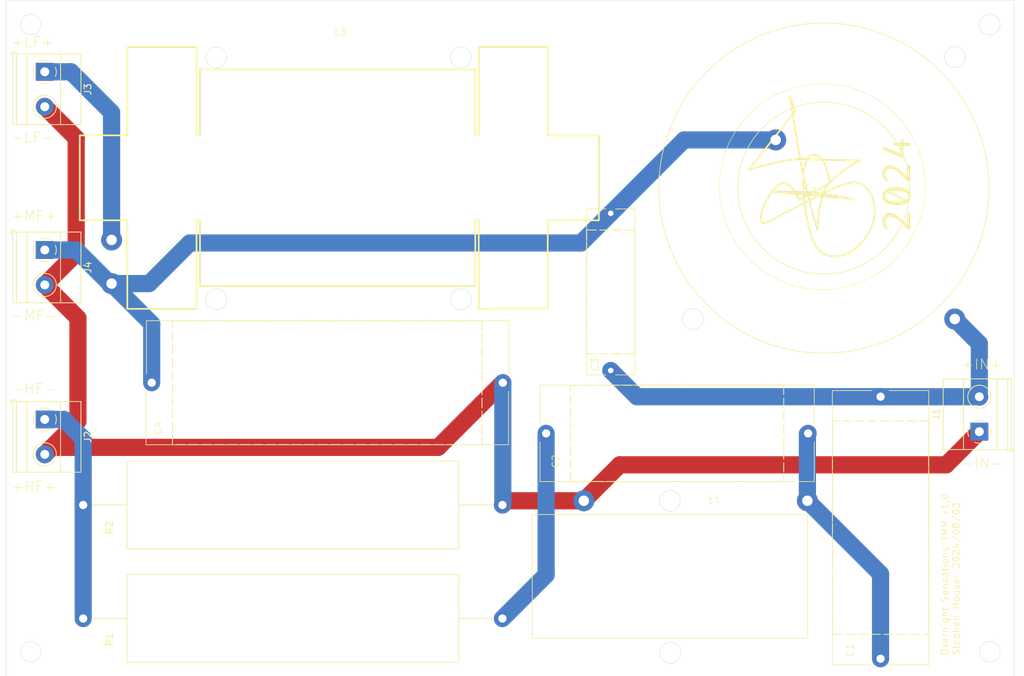
<source format=kicad_pcb>
(kicad_pcb (version 20240108) (generator "pcbnew") (generator_version "8.0")
  (layers (0 "F.Cu" signal) (31 "B.Cu" signal) (34 "B.Paste" user) (35 "F.Paste" user) (36 "B.SilkS" user "B.Silkscreen") (37 "F.SilkS" user "F.Silkscreen") (38 "B.Mask" user) (39 "F.Mask" user) (44 "Edge.Cuts" user))
  (net 0 "")
  (net 1 "Net-(C1-Pad1)")
  (net 2 "Net-(C2-Pad1)")
  (net 3 "IN+")
  (net 4 "MID+")
  (net 5 "HF+")
  (net 6 "HF-")
  (net 7 "LOW+")
  (footprint "TerminalBlock_Phoenix:TerminalBlock_Phoenix_MKDS-1,5-2-5.08_1x02_P5.08mm_Horizontal" (layer "F.Cu") (at 73.152 38.608 -90)
    (property "Reference" "J3" (at 2.54 -6.26 -90) (layer "F.SilkS"))
    (property "Value" "Low")
    (fp_line (start -2.84 4.9) (end -2.34 4.9) (stroke (width 0.12)) (layer "F.SilkS"))
    (fp_line (start -2.6 4.66) (end 7.68 4.66) (stroke (width 0.12)) (layer "F.SilkS"))
    (fp_line (start -2.84 4.16) (end -2.84 4.9) (stroke (width 0.12)) (layer "F.SilkS"))
    (fp_line (start -2.6 4.1) (end 7.68 4.1) (stroke (width 0.12)) (layer "F.SilkS"))
    (fp_line (start -2.6 2.6) (end 7.68 2.6) (stroke (width 0.12)) (layer "F.SilkS"))
    (fp_line (start 4.046 1.239) (end 4.011 1.274) (stroke (width 0.12)) (layer "F.SilkS"))
    (fp_line (start 3.853 1.023) (end 3.806 1.069) (stroke (width 0.12)) (layer "F.SilkS"))
    (fp_line (start 6.355 -1.069) (end 6.308 -1.023) (stroke (width 0.12)) (layer "F.SilkS"))
    (fp_line (start 6.15 -1.275) (end 6.115 -1.239) (stroke (width 0.12)) (layer "F.SilkS"))
    (fp_line (start -2.6 -2.301) (end 7.68 -2.301) (stroke (width 0.12)) (layer "F.SilkS"))
    (fp_line (start -2.6 -5.261) (end -2.6 4.66) (stroke (width 0.12)) (layer "F.SilkS"))
    (fp_line (start -2.6 -5.261) (end 7.68 -5.261) (stroke (width 0.12)) (layer "F.SilkS"))
    (fp_line (start 7.68 -5.261) (end 7.68 4.66) (stroke (width 0.12)) (layer "F.SilkS"))
    (fp_arc (start 0.028805 1.680253) (mid -0.335551 1.646659) (end -0.684 1.535) (stroke (width 0.12)) (layer "F.SilkS"))
    (fp_arc (start 0.683318 1.534756) (mid 0.349292 1.643288) (end 0 1.68) (stroke (width 0.12)) (layer "F.SilkS"))
    (fp_arc (start -1.535427 0.683042) (mid -1.680501 -0.000524) (end -1.535 -0.684) (stroke (width 0.12)) (layer "F.SilkS"))
    (fp_arc (start 1.535427 -0.683042) (mid 1.680501 0.000524) (end 1.535 0.684) (stroke (width 0.12)) (layer "F.SilkS"))
    (fp_arc (start -0.683042 -1.535427) (mid 0.000524 -1.680501) (end 0.684 -1.535) (stroke (width 0.12)) (layer "F.SilkS"))
    (fp_circle (center 5.08 0) (end 6.76 0) (stroke (width 0.12)) (fill none) (layer "F.SilkS"))
    (pad "1" thru_hole rect (at 0 0 270) (size 2.6 2.6) (drill 1.3) (layers "*.Cu" "*.Mask") (net 7 "LOW+"))
    (pad "2" thru_hole circle (at 5.08 0 270) (size 2.6 2.6) (drill 1.3) (layers "*.Cu" "*.Mask") (net 5 "HF+"))
  )
  (footprint "kicad-stephenhouser:C_Audio_31x14" (layer "F.Cu") (at 194.681 123.952 90)
    (property "Reference" "C1" (at 1.27 -4.435 90) (layer "F.SilkS") (effects (font (thickness 0.1))))
    (property "Value" "2.2uF")
    (fp_line (start -0.889 -7.0125) (end 38.989 -7.0125) (stroke (width 0.1)) (layer "F.SilkS"))
    (fp_line (start 38.989 -6.985) (end 38.989 -1.235) (stroke (width 0.1)) (layer "F.SilkS"))
    (fp_line (start -0.889 -1.2625) (end -0.889 -7.0125) (stroke (width 0.1)) (layer "F.SilkS"))
    (fp_line (start -0.889 1.2625) (end -0.889 7.0125) (stroke (width 0.1)) (layer "F.SilkS"))
    (fp_line (start 38.989 7.0125) (end 38.989 1.2625) (stroke (width 0.1)) (layer "F.SilkS"))
    (fp_line (start -0.889 7.0125) (end 38.989 7.0125) (stroke (width 0.1)) (layer "F.SilkS"))
    (fp_rect (start 3.55 -7) (end 34.55 7) (stroke (width 0.125) (type dash)) (fill none) (layer "F.SilkS"))
    (pad "1" thru_hole circle (at 0 0 90) (size 2.4 2.4) (drill 1.2) (layers "*.Cu" "*.Mask") (net 1 "Net-(C1-Pad1)"))
    (pad "2" thru_hole circle (at 38.1 0 90) (size 2.4 2.4) (drill 1.2) (layers "*.Cu" "*.Mask") (net 3 "IN+"))
  )
  (footprint "TerminalBlock_Phoenix:TerminalBlock_Phoenix_MKDS-1,5-2-5.08_1x02_P5.08mm_Horizontal" (layer "F.Cu") (at 73.152 64.516 -90)
    (property "Reference" "J4" (at 2.54 -6.26 -90) (layer "F.SilkS"))
    (property "Value" "Mid")
    (fp_line (start -2.84 4.9) (end -2.34 4.9) (stroke (width 0.12)) (layer "F.SilkS"))
    (fp_line (start -2.6 4.66) (end 7.68 4.66) (stroke (width 0.12)) (layer "F.SilkS"))
    (fp_line (start -2.84 4.16) (end -2.84 4.9) (stroke (width 0.12)) (layer "F.SilkS"))
    (fp_line (start -2.6 4.1) (end 7.68 4.1) (stroke (width 0.12)) (layer "F.SilkS"))
    (fp_line (start -2.6 2.6) (end 7.68 2.6) (stroke (width 0.12)) (layer "F.SilkS"))
    (fp_line (start 4.046 1.239) (end 4.011 1.274) (stroke (width 0.12)) (layer "F.SilkS"))
    (fp_line (start 3.853 1.023) (end 3.806 1.069) (stroke (width 0.12)) (layer "F.SilkS"))
    (fp_line (start 6.355 -1.069) (end 6.308 -1.023) (stroke (width 0.12)) (layer "F.SilkS"))
    (fp_line (start 6.15 -1.275) (end 6.115 -1.239) (stroke (width 0.12)) (layer "F.SilkS"))
    (fp_line (start -2.6 -2.301) (end 7.68 -2.301) (stroke (width 0.12)) (layer "F.SilkS"))
    (fp_line (start -2.6 -5.261) (end -2.6 4.66) (stroke (width 0.12)) (layer "F.SilkS"))
    (fp_line (start -2.6 -5.261) (end 7.68 -5.261) (stroke (width 0.12)) (layer "F.SilkS"))
    (fp_line (start 7.68 -5.261) (end 7.68 4.66) (stroke (width 0.12)) (layer "F.SilkS"))
    (fp_arc (start 0.028805 1.680253) (mid -0.335551 1.646659) (end -0.684 1.535) (stroke (width 0.12)) (layer "F.SilkS"))
    (fp_arc (start 0.683318 1.534756) (mid 0.349292 1.643288) (end 0 1.68) (stroke (width 0.12)) (layer "F.SilkS"))
    (fp_arc (start -1.535427 0.683042) (mid -1.680501 -0.000524) (end -1.535 -0.684) (stroke (width 0.12)) (layer "F.SilkS"))
    (fp_arc (start 1.535427 -0.683042) (mid 1.680501 0.000524) (end 1.535 0.684) (stroke (width 0.12)) (layer "F.SilkS"))
    (fp_arc (start -0.683042 -1.535427) (mid 0.000524 -1.680501) (end 0.684 -1.535) (stroke (width 0.12)) (layer "F.SilkS"))
    (fp_circle (center 5.08 0) (end 6.76 0) (stroke (width 0.12)) (fill none) (layer "F.SilkS"))
    (pad "1" thru_hole rect (at 0 0 270) (size 2.6 2.6) (drill 1.3) (layers "*.Cu" "*.Mask") (net 4 "MID+"))
    (pad "2" thru_hole circle (at 5.08 0 270) (size 2.6 2.6) (drill 1.3) (layers "*.Cu" "*.Mask") (net 5 "HF+"))
  )
  (footprint "kicad-stephenhouser:C_Audio_45x18" (layer "F.Cu") (at 88.699 83.82)
    (property "Reference" "C4" (at 0.963 6.604 90) (layer "F.SilkS") (effects (font (thickness 0.1))))
    (property "Value" "6.8uF")
    (fp_line (start -0.8255 1.267) (end -0.8255 9.017) (stroke (width 0.1)) (layer "F.SilkS"))
    (fp_line (start -0.8255 9.017) (end 51.8795 9.017) (stroke (width 0.1)) (layer "F.SilkS"))
    (fp_line (start -0.762 -9.017) (end 51.943 -9.017) (stroke (width 0.1)) (layer "F.SilkS"))
    (fp_line (start -0.762 -1.267) (end -0.762 -9.017) (stroke (width 0.1)) (layer "F.SilkS"))
    (fp_line (start 51.8795 9.017) (end 51.8795 1.267) (stroke (width 0.1)) (layer "F.SilkS"))
    (fp_line (start 51.943 -9.017) (end 51.943 -1.267) (stroke (width 0.1)) (layer "F.SilkS"))
    (fp_rect (start 3.027 -9) (end 48.027 9) (stroke (width 0.125) (type dash)) (fill none) (layer "F.SilkS"))
    (pad "1" thru_hole circle (at 0 0) (size 2.4 2.4) (drill 1.2) (layers "*.Cu" "*.Mask") (net 4 "MID+"))
    (pad "2" thru_hole circle (at 51.054 0) (size 2.4 2.4) (drill 1.2) (layers "*.Cu" "*.Mask") (net 5 "HF+"))
  )
  (footprint "kicad-stephenhouser:L_Audio_D48_W16_Horizontal" (layer "F.Cu") (at 186.436 55.5186 -45)
    (property "Reference" "L2" (at -1.360898 1.512784 -45) (layer "F.SilkS") (effects (font (thickness 0.1))))
    (property "Value" "1.5mH")
    (fp_circle (center 0 0) (end 12.5 0) (stroke (width 0.1)) (fill none) (layer "F.SilkS"))
    (fp_circle (center 0 0) (end 24 0) (stroke (width 0.1)) (fill none) (layer "F.SilkS"))
    (fp_circle (center 0 26.924) (end 1.524 26.924) (stroke (width 0.05)) (fill none) (layer "Edge.Cuts"))
    (fp_circle (center 0 -26.924) (end 1.524 -26.924) (stroke (width 0.05)) (fill none) (layer "Edge.Cuts"))
    (pad "1" thru_hole circle (at -9.906 0 315) (size 3.048 3.048) (drill 1.524) (layers "*.Cu" "*.Mask") (net 4 "MID+"))
    (pad "2" thru_hole circle (at 26.924 0 315) (size 3.048 3.048) (drill 1.524) (layers "*.Cu" "*.Mask") (net 3 "IN+"))
  )
  (footprint "kicad-stephenhouser:L_Audio_D40_W18_Vertical" (layer "F.Cu") (at 184.044 100.982 180)
    (property "Reference" "L1" (at 13.716 0 180) (layer "F.SilkS") (effects (font (thickness 0.1))))
    (property "Value" "0.30mH")
    (fp_rect (start 0 -20) (end 40 -2) (stroke (width 0.1)) (fill none) (layer "F.SilkS"))
    (fp_circle (center 20 0) (end 21.524 0) (stroke (width 0.05)) (fill none) (layer "Edge.Cuts"))
    (fp_circle (center 19.939 -22.098) (end 21.463 -22.098) (stroke (width 0.05)) (fill none) (layer "Edge.Cuts"))
    (pad "1" thru_hole circle (at 0 0 180) (size 3.048 3.048) (drill 1.524) (layers "*.Cu" "*.Mask") (net 1 "Net-(C1-Pad1)"))
    (pad "2" thru_hole circle (at 32.512 0 180) (size 3.048 3.048) (drill 1.524) (layers "*.Cu" "*.Mask") (net 5 "HF+"))
  )
  (footprint "kicad-stephenhouser:C_Audio_18x07" (layer "F.Cu") (at 155.448 59.182 -90)
    (property "Reference" "C3" (at 21.979 2.286 90) (layer "F.SilkS") (effects (font (thickness 0.1))))
    (property "Value" "0.22uF")
    (fp_line (start -0.635 3.5) (end 23.495 3.5) (stroke (width 0.1)) (layer "F.SilkS"))
    (fp_line (start 23.495 3.5) (end 23.495 0.7) (stroke (width 0.1)) (layer "F.SilkS"))
    (fp_line (start -0.635 0.706) (end -0.635 3.506) (stroke (width 0.1)) (layer "F.SilkS"))
    (fp_line (start -0.635 -0.706) (end -0.635 -3.506) (stroke (width 0.1)) (layer "F.SilkS"))
    (fp_line (start -0.635 -3.5) (end 23.495 -3.5) (stroke (width 0.1)) (layer "F.SilkS"))
    (fp_line (start 23.495 -3.5) (end 23.495 -0.7) (stroke (width 0.1)) (layer "F.SilkS"))
    (fp_rect (start 2.43 -3.5) (end 20.43 3.5) (stroke (width 0.125) (type dash)) (fill none) (layer "F.SilkS"))
    (pad "1" thru_hole circle (at 0 0 270) (size 1.6 1.6) (drill 0.8) (layers "*.Cu" "*.Mask") (net 4 "MID+"))
    (pad "2" thru_hole circle (at 22.86 0 270) (size 1.6 1.6) (drill 0.8) (layers "*.Cu" "*.Mask") (net 3 "IN+"))
  )
  (footprint "kicad-stephenhouser:C_Audio_31x14" (layer "F.Cu") (at 146.05 91.186)
    (property "Reference" "C2" (at 1.397 4.064 90) (layer "F.SilkS") (effects (font (thickness 0.1))))
    (property "Value" "2.7uF")
    (fp_line (start -0.889 -7.0125) (end 38.989 -7.0125) (stroke (width 0.1)) (layer "F.SilkS"))
    (fp_line (start -0.889 -1.2625) (end -0.889 -7.0125) (stroke (width 0.1)) (layer "F.SilkS"))
    (fp_line (start -0.889 1.2625) (end -0.889 7.0125) (stroke (width 0.1)) (layer "F.SilkS"))
    (fp_line (start -0.889 7.0125) (end 38.989 7.0125) (stroke (width 0.1)) (layer "F.SilkS"))
    (fp_line (start 38.989 -6.985) (end 38.989 -1.235) (stroke (width 0.1)) (layer "F.SilkS"))
    (fp_line (start 38.989 7.0125) (end 38.989 1.2625) (stroke (width 0.1)) (layer "F.SilkS"))
    (fp_rect (start 3.55 -7) (end 34.55 7) (stroke (width 0.125) (type dash)) (fill none) (layer "F.SilkS"))
    (pad "1" thru_hole circle (at 0 0) (size 2.4 2.4) (drill 1.2) (layers "*.Cu" "*.Mask") (net 2 "Net-(C2-Pad1)"))
    (pad "2" thru_hole circle (at 38.1 0) (size 2.4 2.4) (drill 1.2) (layers "*.Cu" "*.Mask") (net 1 "Net-(C1-Pad1)"))
  )
  (footprint "PCM_Resistor_THT_AKL:R_Axial_Power_L48.0mm_W12.5mm_P60.96mm" (layer "F.Cu") (at 78.74 118.11)
    (property "Reference" "R1" (at 3.81 3.048 90) (layer "F.SilkS"))
    (property "Value" "5.1" (hide yes))
    (fp_line (start 1.44 0) (end 6.36 0) (stroke (width 0.12)) (layer "F.SilkS"))
    (fp_line (start 6.36 -6.37) (end 6.36 6.37) (stroke (width 0.12)) (layer "F.SilkS"))
    (fp_line (start 6.36 6.37) (end 54.6 6.37) (stroke (width 0.12)) (layer "F.SilkS"))
    (fp_line (start 54.6 -6.37) (end 6.36 -6.37) (stroke (width 0.12)) (layer "F.SilkS"))
    (fp_line (start 54.6 6.37) (end 54.6 -6.37) (stroke (width 0.12)) (layer "F.SilkS"))
    (fp_line (start 59.52 0) (end 54.6 0) (stroke (width 0.12)) (layer "F.SilkS"))
    (pad "1" thru_hole circle (at 0 0) (size 2.4 2.4) (drill 1.2) (layers "*.Cu" "*.Mask") (net 6 "HF-"))
    (pad "2" thru_hole oval (at 60.96 0) (size 2.4 2.4) (drill 1.2) (layers "*.Cu" "*.Mask") (net 2 "Net-(C2-Pad1)"))
  )
  (footprint "TerminalBlock_Phoenix:TerminalBlock_Phoenix_MKDS-1,5-2-5.08_1x02_P5.08mm_Horizontal" (layer "F.Cu") (at 73.152 89.154 -90)
    (property "Reference" "J2" (at 2.54 -6.26 -90) (layer "F.SilkS"))
    (property "Value" "High")
    (fp_line (start -2.84 4.9) (end -2.34 4.9) (stroke (width 0.12)) (layer "F.SilkS"))
    (fp_line (start -2.6 4.66) (end 7.68 4.66) (stroke (width 0.12)) (layer "F.SilkS"))
    (fp_line (start -2.84 4.16) (end -2.84 4.9) (stroke (width 0.12)) (layer "F.SilkS"))
    (fp_line (start -2.6 4.1) (end 7.68 4.1) (stroke (width 0.12)) (layer "F.SilkS"))
    (fp_line (start -2.6 2.6) (end 7.68 2.6) (stroke (width 0.12)) (layer "F.SilkS"))
    (fp_line (start 4.046 1.239) (end 4.011 1.274) (stroke (width 0.12)) (layer "F.SilkS"))
    (fp_line (start 3.853 1.023) (end 3.806 1.069) (stroke (width 0.12)) (layer "F.SilkS"))
    (fp_line (start 6.355 -1.069) (end 6.308 -1.023) (stroke (width 0.12)) (layer "F.SilkS"))
    (fp_line (start 6.15 -1.275) (end 6.115 -1.239) (stroke (width 0.12)) (layer "F.SilkS"))
    (fp_line (start -2.6 -2.301) (end 7.68 -2.301) (stroke (width 0.12)) (layer "F.SilkS"))
    (fp_line (start -2.6 -5.261) (end -2.6 4.66) (stroke (width 0.12)) (layer "F.SilkS"))
    (fp_line (start -2.6 -5.261) (end 7.68 -5.261) (stroke (width 0.12)) (layer "F.SilkS"))
    (fp_line (start 7.68 -5.261) (end 7.68 4.66) (stroke (width 0.12)) (layer "F.SilkS"))
    (fp_arc (start 0.028805 1.680253) (mid -0.335551 1.646659) (end -0.684 1.535) (stroke (width 0.12)) (layer "F.SilkS"))
    (fp_arc (start 0.683318 1.534756) (mid 0.349292 1.643288) (end 0 1.68) (stroke (width 0.12)) (layer "F.SilkS"))
    (fp_arc (start -1.535427 0.683042) (mid -1.680501 -0.000524) (end -1.535 -0.684) (stroke (width 0.12)) (layer "F.SilkS"))
    (fp_arc (start 1.535427 -0.683042) (mid 1.680501 0.000524) (end 1.535 0.684) (stroke (width 0.12)) (layer "F.SilkS"))
    (fp_arc (start -0.683042 -1.535427) (mid 0.000524 -1.680501) (end 0.684 -1.535) (stroke (width 0.12)) (layer "F.SilkS"))
    (fp_circle (center 5.08 0) (end 6.76 0) (stroke (width 0.12)) (fill none) (layer "F.SilkS"))
    (pad "1" thru_hole rect (at 0 0 270) (size 2.6 2.6) (drill 1.3) (layers "*.Cu" "*.Mask") (net 6 "HF-"))
    (pad "2" thru_hole circle (at 5.08 0 270) (size 2.6 2.6) (drill 1.3) (layers "*.Cu" "*.Mask") (net 5 "HF+"))
  )
  (footprint "kicad-stephenhouser:L_Audio_61x38_Iron" (layer "F.Cu") (at 82.8675 69.4055)
    (property "Reference" "L3" (at 33.274 -36.576 0) (layer "F.SilkS") (effects (font (thickness 0.1))))
    (property "Value" "3.5mH")
    (fp_poly (pts (xy 63.416858 -21.556288) (xy 70.866 -21.556288) (xy 70.866 -9.202521) (xy 63.416858 -9.202521) (xy 63.416858 3.621507) (xy 55.36307 3.621507) (xy 55.36307 3.646822) (xy 53.387484 3.646822) (xy 53.387484 -9.202521) (xy 52.885188 -9.202521) (xy 52.885188 0.373125) (xy 12.854556 0.373125) (xy 12.854556 -9.202521) (xy 12.355884 -9.202521) (xy 12.355884 3.671632) (xy 2.288798 3.671632) (xy 2.288798 -9.202521) (xy -4.62293 -9.202521) (xy -4.62293 -21.556288) (xy 2.288798 -21.556288) (xy 2.288798 -34.380827) (xy 12.355884 -34.380827) (xy 12.355884 -21.556288) (xy 12.854556 -21.556288) (xy 12.854556 -31.131926) (xy 52.885188 -31.131926) (xy 52.885188 -21.556288) (xy 53.387484 -21.556288) (xy 53.387484 -34.405631) (xy 63.416858 -34.405631)) (stroke (width 0.25)) (fill none) (layer "F.SilkS"))
    (fp_circle (center 15.24 -32.893) (end 16.764 -32.893) (stroke (width 0.05)) (fill none) (layer "Edge.Cuts"))
    (fp_circle (center 15.24 2.286) (end 16.764 2.286) (stroke (width 0.05)) (fill none) (layer "Edge.Cuts"))
    (fp_circle (center 50.8 -32.893) (end 52.324 -32.893) (stroke (width 0.05)) (fill none) (layer "Edge.Cuts"))
    (fp_circle (center 50.8 2.286) (end 52.324 2.286) (stroke (width 0.05)) (fill none) (layer "Edge.Cuts"))
    (pad "1" thru_hole circle (at 0 -6.35) (size 3.048 3.048) (drill 1.524) (layers "*.Cu" "*.Mask") (net 7 "LOW+"))
    (pad "2" thru_hole circle (at 0 0) (size 3.048 3.048) (drill 1.524) (layers "*.Cu" "*.Mask") (net 4 "MID+"))
  )
  (footprint "PCM_Resistor_THT_AKL:R_Axial_Power_L48.0mm_W12.5mm_P60.96mm" (layer "F.Cu") (at 78.74 101.6)
    (property "Reference" "R2" (at 3.81 3.302 90) (layer "F.SilkS"))
    (property "Value" "4.7" (hide yes))
    (fp_line (start 1.44 0) (end 6.36 0) (stroke (width 0.12)) (layer "F.SilkS"))
    (fp_line (start 6.36 -6.37) (end 6.36 6.37) (stroke (width 0.12)) (layer "F.SilkS"))
    (fp_line (start 6.36 6.37) (end 54.6 6.37) (stroke (width 0.12)) (layer "F.SilkS"))
    (fp_line (start 54.6 -6.37) (end 6.36 -6.37) (stroke (width 0.12)) (layer "F.SilkS"))
    (fp_line (start 54.6 6.37) (end 54.6 -6.37) (stroke (width 0.12)) (layer "F.SilkS"))
    (fp_line (start 59.52 0) (end 54.6 0) (stroke (width 0.12)) (layer "F.SilkS"))
    (pad "1" thru_hole circle (at 0 0) (size 2.4 2.4) (drill 1.2) (layers "*.Cu" "*.Mask") (net 6 "HF-"))
    (pad "2" thru_hole oval (at 60.96 0) (size 2.4 2.4) (drill 1.2) (layers "*.Cu" "*.Mask") (net 5 "HF+"))
  )
  (footprint "TerminalBlock_Phoenix:TerminalBlock_Phoenix_MKDS-1,5-2-5.08_1x02_P5.08mm_Horizontal" (layer "F.Cu") (at 209.042 90.937 90)
    (property "Reference" "J1" (at 2.54 -6.26 90) (layer "F.SilkS"))
    (property "Value" "In")
    (fp_line (start 7.68 -5.261) (end 7.68 4.66) (stroke (width 0.12)) (layer "F.SilkS"))
    (fp_line (start -2.6 -5.261) (end 7.68 -5.261) (stroke (width 0.12)) (layer "F.SilkS"))
    (fp_line (start -2.6 -5.261) (end -2.6 4.66) (stroke (width 0.12)) (layer "F.SilkS"))
    (fp_line (start -2.6 -2.301) (end 7.68 -2.301) (stroke (width 0.12)) (layer "F.SilkS"))
    (fp_line (start 6.15 -1.275) (end 6.115 -1.239) (stroke (width 0.12)) (layer "F.SilkS"))
    (fp_line (start 6.355 -1.069) (end 6.308 -1.023) (stroke (width 0.12)) (layer "F.SilkS"))
    (fp_line (start 3.853 1.023) (end 3.806 1.069) (stroke (width 0.12)) (layer "F.SilkS"))
    (fp_line (start 4.046 1.239) (end 4.011 1.274) (stroke (width 0.12)) (layer "F.SilkS"))
    (fp_line (start -2.6 2.6) (end 7.68 2.6) (stroke (width 0.12)) (layer "F.SilkS"))
    (fp_line (start -2.6 4.1) (end 7.68 4.1) (stroke (width 0.12)) (layer "F.SilkS"))
    (fp_line (start -2.84 4.16) (end -2.84 4.9) (stroke (width 0.12)) (layer "F.SilkS"))
    (fp_line (start -2.6 4.66) (end 7.68 4.66) (stroke (width 0.12)) (layer "F.SilkS"))
    (fp_line (start -2.84 4.9) (end -2.34 4.9) (stroke (width 0.12)) (layer "F.SilkS"))
    (fp_arc (start -0.683042 -1.535427) (mid 0.000524 -1.680501) (end 0.684 -1.535) (stroke (width 0.12)) (layer "F.SilkS"))
    (fp_arc (start 1.535427 -0.683042) (mid 1.680501 0.000524) (end 1.535 0.684) (stroke (width 0.12)) (layer "F.SilkS"))
    (fp_arc (start -1.535427 0.683042) (mid -1.680501 -0.000524) (end -1.535 -0.684) (stroke (width 0.12)) (layer "F.SilkS"))
    (fp_arc (start 0.683318 1.534756) (mid 0.349292 1.643288) (end 0 1.68) (stroke (width 0.12)) (layer "F.SilkS"))
    (fp_arc (start 0.028805 1.680253) (mid -0.335551 1.646659) (end -0.684 1.535) (stroke (width 0.12)) (layer "F.SilkS"))
    (fp_circle (center 5.08 0) (end 6.76 0) (stroke (width 0.12)) (fill none) (layer "F.SilkS"))
    (pad "1" thru_hole rect (at 0 0 90) (size 2.6 2.6) (drill 1.3) (layers "*.Cu" "*.Mask") (net 5 "HF+"))
    (pad "2" thru_hole circle (at 5.08 0 90) (size 2.6 2.6) (drill 1.3) (layers "*.Cu" "*.Mask") (net 3 "IN+"))
  )
  (gr_poly (pts (xy 177.303708 59.504793) (xy 177.351017 59.184622) (xy 177.432131 58.84122) (xy 177.545767 58.478523) (xy 177.690642 58.100466) (xy 177.865472 57.710985) (xy 178.068975 57.314014) (xy 178.299865 56.91349) (xy 178.556861 56.513347) (xy 178.838678 56.117521) (xy 179.144033 55.729946) (xy 179.471642 55.354559) (xy 179.640178 55.187202) (xy 179.807307 55.051942) (xy 179.972769 54.947022) (xy 180.136305 54.870685) (xy 180.297658 54.821176) (xy 180.456569 54.796738) (xy 180.612779 54.795614) (xy 180.76603 54.816048) (xy 180.916063 54.856283) (xy 181.062619 54.914563) (xy 181.205441 54.989132) (xy 181.344269 55.078233) (xy 181.478845 55.18011) (xy 181.608911 55.293005) (xy 181.734208 55.415163) (xy 181.854477 55.544828) (xy 182.078899 55.819649) (xy 182.280109 56.103418) (xy 182.456037 56.382082) (xy 182.604617 56.64159) (xy 182.811455 57.04693) (xy 182.884078 57.207024) (xy 183.532526 56.850734) (xy 183.555331 57.149026) (xy 183.614401 57.649589) (xy 179.577027 59.78569) (xy 178.824182 60.167563) (xy 178.228845 60.447417) (xy 177.818137 60.60485) (xy 177.690494 60.631283) (xy 177.619177 60.61946) (xy 177.543583 60.552575) (xy 177.478204 60.47447) (xy 177.422881 60.385639) (xy 177.377454 60.286573) (xy 177.341762 60.177764) (xy 177.315644 60.059704) (xy 177.29894 59.932885) (xy 177.29149 59.797799)) (stroke (width 0.249999) (color 0 0 255 1)) (fill none) (layer "F.SilkS"))
  (gr_poly (pts (xy 183.456377 53.892207) (xy 183.538653 52.964761) (xy 183.684652 52.161793) (xy 183.78269 51.815501) (xy 183.89803 51.510542) (xy 184.031129 51.250322) (xy 184.182443 51.038246) (xy 184.352431 50.877719) (xy 184.541547 50.772145) (xy 184.736119 50.711385) (xy 184.922266 50.681753) (xy 185.100135 50.681333) (xy 185.269873 50.708212) (xy 185.431628 50.760475) (xy 185.585548 50.836205) (xy 185.73178 50.93349) (xy 185.870471 51.050413) (xy 186.001769 51.18506) (xy 186.125821 51.335516) (xy 186.242775 51.499866) (xy 186.352778 51.676195) (xy 186.455978 51.862589) (xy 186.552522 52.057133) (xy 186.726231 52.463009) (xy 186.875087 52.878506) (xy 187.000267 53.288305) (xy 187.102953 53.677086) (xy 187.184324 54.02953) (xy 187.287837 54.564136) (xy 187.320244 54.769572) (xy 183.532526 56.850734) (xy 183.468372 56.011578) (xy 183.434169 54.916892)) (stroke (width 0.249999) (color 0 0 255 1)) (fill none) (layer "F.SilkS"))
  (gr_poly (pts (xy 194.9432 60.294405) (xy 194.94493 60.248623) (xy 194.947814 60.203677) (xy 194.95185 60.159568) (xy 194.95704 60.116297) (xy 194.963384 60.073861) (xy 194.970881 60.032263) (xy 194.979531 59.991501) (xy 194.989334 59.951576) (xy 195.000291 59.912488) (xy 195.012401 59.874237) (xy 195.025665 59.836822) (xy 195.040082 59.800244) (xy 195.055652 59.764503) (xy 195.072375 59.729599) (xy 195.090252 59.695531) (xy 195.108762 59.66238) (xy 195.128109 59.630223) (xy 195.148292 59.599061) (xy 195.169312 59.568894) (xy 195.191169 59.539722) (xy 195.213862 59.511545) (xy 195.237393 59.484363) (xy 195.261759 59.458176) (xy 195.286963 59.432984) (xy 195.313003 59.408787) (xy 195.339879 59.385585) (xy 195.367593 59.363378) (xy 195.396143 59.342167) (xy 195.42553 59.32195) (xy 195.455753 59.302728) (xy 195.486813 59.284501) (xy 195.51854 59.266976) (xy 195.550765 59.250581) (xy 195.583487 59.235316) (xy 195.616706 59.221183) (xy 195.650423 59.20818) (xy 195.684638 59.196307) (xy 195.71935 59.185566) (xy 195.754559 59.175955) (xy 195.790266 59.167474) (xy 195.82647 59.160125) (xy 195.863172 59.153906) (xy 195.900371 59.148818) (xy 195.938068 59.14486) (xy 195.976262 59.142033) (xy 196.014953 59.140337) (xy 196.054142 59.139772) (xy 196.088471 59.140145) (xy 196.122709 59.141264) (xy 196.156856 59.14313) (xy 196.190913 59.145742) (xy 196.224879 59.1491) (xy 196.258754 59.153205) (xy 196.29254 59.158055) (xy 196.326234 59.163652) (xy 196.359839 59.169996) (xy 196.393353 59.177085) (xy 196.426776 59.184921) (xy 196.46011 59.193502) (xy 196.493353 59.20283) (xy 196.526506 59.212905) (xy 196.559569 59.223725) (xy 196.592541 59.235292) (xy 196.625218 59.247684) (xy 196.658122 59.260981) (xy 196.691251 59.275182) (xy 196.724606 59.290288) (xy 196.791995 59.323214) (xy 196.860289 59.359758) (xy 196.929488 59.399921) (xy 196.999591 59.443702) (xy 197.0706 59.491101) (xy 197.142514 59.542119) (xy 197.215149 59.596302) (xy 197.289774 59.654646) (xy 197.366389 59.71715) (xy 197.444994 59.783816) (xy 197.525591 59.854643) (xy 197.608177 59.929632) (xy 197.692755 60.008781) (xy 197.779324 60.092092) (xy 197.868421 60.179834) (xy 197.960593 60.27228) (xy 198.055841 60.369429) (xy 198.154166 60.471283) (xy 198.360044 60.689101) (xy 198.578228 60.925733) (xy 198.578228 59.047147) (xy 198.992154 59.107938) (xy 198.992154 61.478605) (xy 198.595593 61.478605) (xy 198.335443 61.209408) (xy 198.096278 60.966262) (xy 197.878098 60.749168) (xy 197.680905 60.558126) (xy 197.589183 60.470927) (xy 197.500718 60.388793) (xy 197.415509 60.311725) (xy 197.333556 60.239723) (xy 197.254859 60.172785) (xy 197.17942 60.110914) (xy 197.107237 60.054107) (xy 197.038311 60.002366) (xy 196.971012 59.955058) (xy 196.905159 59.911549) (xy 196.840755 59.871839) (xy 196.777798 59.835928) (xy 196.716289 59.803817) (xy 196.686077 59.789186) (xy 196.656228 59.775504) (xy 196.62674 59.762772) (xy 196.597614 59.75099) (xy 196.56885 59.740158) (xy 196.540448 59.730276) (xy 196.512159 59.720812) (xy 196.483734 59.711959) (xy 196.455173 59.703716) (xy 196.426477 59.696084) (xy 196.397645 59.689063) (xy 196.368678 59.682652) (xy 196.339574 59.676852) (xy 196.310335 59.671662) (xy 196.280959 59.667083) (xy 196.251449 59.663114) (xy 196.221802 59.659756) (xy 196.192019 59.657008) (xy 196.162101 59.654871) (xy 196.132046 59.653345) (xy 196.07153 59.652124) (xy 196.030113 59.652859) (xy 195.989804 59.655064) (xy 195.950603 59.658739) (xy 195.91251 59.663883) (xy 195.875525 59.670498) (xy 195.839648 59.678583) (xy 195.804879 59.688137) (xy 195.771219 59.699161) (xy 195.738666 59.711656) (xy 195.707221 59.72562) (xy 195.676885 59.741054) (xy 195.647656 59.757958) (xy 195.619535 59.776332) (xy 195.592523 59.796175) (xy 195.566618 59.817489) (xy 195.541821 59.840272) (xy 195.518337 59.864367) (xy 195.496368 59.889616) (xy 195.475915 59.916017) (xy 195.456976 59.943572) (xy 195.439552 59.972281) (xy 195.423644 60.002142) (xy 195.409251 60.033157) (xy 195.396372 60.065326) (xy 195.385009 60.098647) (xy 195.375161 60.133122) (xy 195.366828 60.16875) (xy 195.36001 60.205532) (xy 195.354707 60.243467) (xy 195.35092 60.282555) (xy 195.348647 60.322796) (xy 195.347889 60.36419) (xy 195.348285 60.400678) (xy 195.349472 60.436329) (xy 195.351451 60.471143) (xy 195.354221 60.50512) (xy 195.357783 60.538261) (xy 195.362136 60.570565) (xy 195.36728 60.602032) (xy 195.373216 60.632663) (xy 195.379944 60.662457) (xy 195.387463 60.691414) (xy 195.395773 60.719534) (xy 195.404876 60.746818) (xy 195.414769 60.773265) (xy 195.425455 60.798875) (xy 195.436932 60.823648) (xy 195.4492 60.847585) (xy 195.462339 60.871103) (xy 195.476428 60.894622) (xy 195.491467 60.91814) (xy 195.507455 60.941659) (xy 195.524393 60.965178) (xy 195.54228 60.988696) (xy 195.561118 61.012215) (xy 195.580904 61.035734) (xy 195.601641 61.059252) (xy 195.623327 61.082771) (xy 195.645963 61.10629) (xy 195.669549 61.129808) (xy 195.694084 61.153327) (xy 195.719569 61.176845) (xy 195.746004 61.200364) (xy 195.773388 61.223882) (xy 195.512875 61.559652) (xy 195.477281 61.52979) (xy 195.442863 61.499544) (xy 195.409621 61.468914) (xy 195.377554 61.437899) (xy 195.346664 61.406499) (xy 195.316949 61.374716) (xy 195.288411 61.342548) (xy 195.261048 61.309995) (xy 195.234861 61.277058) (xy 195.20985 61.243737) (xy 195.186015 61.210031) (xy 195.163355 61.17594) (xy 195.141872 61.141465) (xy 195.121564 61.106606) (xy 195.102433 61.071362) (xy 195.084477 61.035734) (xy 195.067301 60.999099) (xy 195.051234 60.961559) (xy 195.036274 60.923115) (xy 195.022423 60.883767) (xy 195.009679 60.843514) (xy 194.998044 60.802356) (xy 194.987517 60.760294) (xy 194.978098 60.717328) (xy 194.969788 60.673456) (xy 194.962585 60.628681) (xy 194.95649 60.583) (xy 194.951504 60.536416) (xy 194.947625 60.488926) (xy 194.944855 60.440533) (xy 194.943193 60.391234) (xy 194.942639 60.341031) (xy 194.942624 60.341024)) (stroke (width -0.000001)) (fill solid) (layer "F.SilkS"))
  (gr_poly (pts (xy 183.621092 57.646049) (xy 185.883057 56.494568) (xy 186.979104 55.969819) (xy 188.015699 55.506267) (xy 188.965724 55.124314) (xy 189.802057 54.844363) (xy 190.169115 54.749013) (xy 190.497581 54.686815) (xy 190.784064 54.660318) (xy 191.025174 54.672072) (xy 191.239661 54.71225) (xy 191.448291 54.76898) (xy 191.650699 54.841741) (xy 191.846518 54.930016) (xy 192.035383 55.033286) (xy 192.216929 55.151032) (xy 192.390789 55.282736) (xy 192.556599 55.427878) (xy 192.713992 55.58594) (xy 192.862603 55.756404) (xy 193.002067 55.938751) (xy 193.132016 56.132462) (xy 193.252087 56.337019) (xy 193.361914 56.551902) (xy 193.46113 56.776594) (xy 193.54937 57.010576) (xy 193.626268 57.253328) (xy 193.69146 57.504333) (xy 193.744578 57.763071) (xy 193.785259 58.029024) (xy 193.813135 58.301674) (xy 193.827841 58.580501) (xy 193.829012 58.864987) (xy 193.816282 59.154614) (xy 193.789286 59.448862) (xy 193.747657 59.747213) (xy 193.691031 60.049149) (xy 193.619041 60.354151) (xy 193.531322 60.661699) (xy 193.427508 60.971276) (xy 193.307234 61.282363) (xy 193.170134 61.594441) (xy 193.017935 61.902102) (xy 192.853102 62.200003) (xy 192.676377 62.487726) (xy 192.488501 62.764851) (xy 192.290216 63.030959) (xy 192.082263 63.28563) (xy 191.865384 63.528446) (xy 191.640321 63.758987) (xy 191.407814 63.976834) (xy 191.168607 64.181567) (xy 190.923439 64.372768) (xy 190.673054 64.550016) (xy 190.418191 64.712894) (xy 190.159594 64.86098) (xy 189.898003 64.993857) (xy 189.63416 65.111105) (xy 189.368806 65.212305) (xy 189.102684 65.297036) (xy 188.836535 65.364881) (xy 188.5711 65.41542) (xy 188.307121 65.448233) (xy 188.045339 65.462902) (xy 187.786496 65.459006) (xy 187.531334 65.436128) (xy 187.280594 65.393846) (xy 187.035017 65.331743) (xy 186.795346 65.249399) (xy 186.562322 65.146394) (xy 186.336686 65.02231) (xy 186.119181 64.876727) (xy 185.910546 64.709226) (xy 185.711525 64.519387) (xy 185.520116 64.293508) (xy 185.334127 64.020438) (xy 184.980238 63.346342) (xy 184.653514 62.524337) (xy 184.357612 61.581661) (xy 184.096187 60.545553) (xy 183.872894 59.443252) (xy 183.691391 58.301997) (xy 183.614401 57.649589)) (stroke (width 0.249999) (color 0 0 255 1)) (fill none) (layer "F.SilkS"))
  (gr_poly (pts (xy 181.920103 44.768383) (xy 182.167992 46.390993) (xy 182.756398 49.993115) (xy 182.988457 51.307895) (xy 182.82898 51.307692) (xy 182.24258 51.343685) (xy 181.623243 51.411309) (xy 180.981845 51.505508) (xy 180.329262 51.621225) (xy 179.676369 51.753404) (xy 179.03404 51.896991) (xy 178.413153 52.046928) (xy 177.279202 52.345632) (xy 176.361518 52.609069) (xy 175.522967 52.868355)) (stroke (width 0.249999) (color 0 0 255 1)) (fill none) (layer "F.SilkS"))
  (gr_poly (pts (xy 194.9432 53.347396) (xy 194.94493 53.301614) (xy 194.947814 53.256668) (xy 194.95185 53.212559) (xy 194.95704 53.169287) (xy 194.963384 53.126852) (xy 194.970881 53.085254) (xy 194.979531 53.044492) (xy 194.989334 53.004567) (xy 195.000291 52.965479) (xy 195.012401 52.927228) (xy 195.025665 52.889813) (xy 195.040082 52.853235) (xy 195.055652 52.817494) (xy 195.072375 52.78259) (xy 195.090252 52.748522) (xy 195.108762 52.71537) (xy 195.128109 52.683214) (xy 195.148292 52.652052) (xy 195.169312 52.621885) (xy 195.191169 52.592713) (xy 195.213862 52.564536) (xy 195.237393 52.537354) (xy 195.261759 52.511167) (xy 195.286963 52.485975) (xy 195.313003 52.461778) (xy 195.339879 52.438576) (xy 195.367593 52.416369) (xy 195.396143 52.395157) (xy 195.42553 52.374941) (xy 195.455753 52.355719) (xy 195.486813 52.337492) (xy 195.51854 52.319967) (xy 195.550765 52.303572) (xy 195.583487 52.288307) (xy 195.616706 52.274174) (xy 195.650423 52.261171) (xy 195.684638 52.249298) (xy 195.71935 52.238557) (xy 195.754559 52.228946) (xy 195.790266 52.220465) (xy 195.82647 52.213116) (xy 195.863172 52.206897) (xy 195.900371 52.201809) (xy 195.938068 52.197851) (xy 195.976262 52.195024) (xy 196.014953 52.193328) (xy 196.054142 52.192763) (xy 196.088471 52.193136) (xy 196.122709 52.194255) (xy 196.156856 52.196121) (xy 196.190913 52.198733) (xy 196.224879 52.202091) (xy 196.258754 52.206196) (xy 196.29254 52.211046) (xy 196.326234 52.216643) (xy 196.359839 52.222986) (xy 196.393353 52.230076) (xy 196.426776 52.237911) (xy 196.46011 52.246493) (xy 196.493353 52.255821) (xy 196.526506 52.265896) (xy 196.559569 52.276716) (xy 196.592541 52.288283) (xy 196.625218 52.300675) (xy 196.658122 52.313972) (xy 196.691251 52.328173) (xy 196.724606 52.343279) (xy 196.791995 52.376205) (xy 196.860289 52.412749) (xy 196.929488 52.452911) (xy 196.999591 52.496693) (xy 197.0706 52.544092) (xy 197.142514 52.59511) (xy 197.215149 52.649293) (xy 197.289774 52.707637) (xy 197.366389 52.770141) (xy 197.444994 52.836807) (xy 197.525591 52.907634) (xy 197.608177 52.982622) (xy 197.692755 53.061772) (xy 197.779324 53.145083) (xy 197.868421 53.232825) (xy 197.960593 53.325271) (xy 198.055841 53.42242) (xy 198.154166 53.524274) (xy 198.360044 53.742092) (xy 198.578228 53.978724) (xy 198.578228 52.100138) (xy 198.992154 52.160929) (xy 198.992154 54.531596) (xy 198.595593 54.531596) (xy 198.335443 54.262398) (xy 198.096278 54.019253) (xy 197.878098 53.802159) (xy 197.680905 53.611117) (xy 197.589183 53.523918) (xy 197.500718 53.441784) (xy 197.415509 53.364716) (xy 197.333556 53.292714) (xy 197.254859 53.225776) (xy 197.17942 53.163905) (xy 197.107237 53.107098) (xy 197.038311 53.055357) (xy 196.971012 53.008049) (xy 196.905159 52.96454) (xy 196.840755 52.92483) (xy 196.777798 52.888919) (xy 196.716289 52.856808) (xy 196.686077 52.842177) (xy 196.656228 52.828495) (xy 196.62674 52.815763) (xy 196.597614 52.803981) (xy 196.56885 52.793149) (xy 196.540448 52.783266) (xy 196.512159 52.773803) (xy 196.483734 52.76495) (xy 196.455173 52.756707) (xy 196.426477 52.749075) (xy 196.397645 52.742054) (xy 196.368678 52.735643) (xy 196.339574 52.729842) (xy 196.310335 52.724653) (xy 196.280959 52.720073) (xy 196.251449 52.716105) (xy 196.221802 52.712747) (xy 196.192019 52.709999) (xy 196.162101 52.707862) (xy 196.132046 52.706336) (xy 196.07153 52.705115) (xy 196.030113 52.70585) (xy 195.989804 52.708055) (xy 195.950603 52.711729) (xy 195.91251 52.716874) (xy 195.875525 52.723489) (xy 195.839648 52.731573) (xy 195.804879 52.741128) (xy 195.771219 52.752152) (xy 195.738666 52.764647) (xy 195.707221 52.778611) (xy 195.676885 52.794045) (xy 195.647656 52.810949) (xy 195.619535 52.829323) (xy 195.592523 52.849166) (xy 195.566618 52.87048) (xy 195.541821 52.893263) (xy 195.518337 52.917358) (xy 195.496368 52.942607) (xy 195.475915 52.969008) (xy 195.456976 52.996563) (xy 195.439552 53.025272) (xy 195.423644 53.055133) (xy 195.409251 53.086148) (xy 195.396372 53.118317) (xy 195.385009 53.151638) (xy 195.375161 53.186113) (xy 195.366828 53.221741) (xy 195.36001 53.258523) (xy 195.354707 53.296457) (xy 195.35092 53.335546) (xy 195.348647 53.375787) (xy 195.347889 53.417181) (xy 195.348285 53.453669) (xy 195.349472 53.48932) (xy 195.351451 53.524134) (xy 195.354221 53.558111) (xy 195.357783 53.591252) (xy 195.362136 53.623556) (xy 195.36728 53.655023) (xy 195.373216 53.685654) (xy 195.379944 53.715447) (xy 195.387463 53.744405) (xy 195.395773 53.772525) (xy 195.404876 53.799809) (xy 195.414769 53.826256) (xy 195.425455 53.851866) (xy 195.436932 53.876639) (xy 195.4492 53.900576) (xy 195.462339 53.924094) (xy 195.476428 53.947613) (xy 195.491467 53.971131) (xy 195.507455 53.99465) (xy 195.524393 54.018169) (xy 195.54228 54.041687) (xy 195.561118 54.065206) (xy 195.580904 54.088725) (xy 195.601641 54.112243) (xy 195.623327 54.135762) (xy 195.645963 54.159281) (xy 195.669549 54.182799) (xy 195.694084 54.206318) (xy 195.719569 54.229836) (xy 195.746004 54.253355) (xy 195.773388 54.276873) (xy 195.512875 54.612646) (xy 195.477281 54.582785) (xy 195.442863 54.552539) (xy 195.409621 54.521908) (xy 195.377554 54.490893) (xy 195.346664 54.459494) (xy 195.316949 54.42771) (xy 195.288411 54.395542) (xy 195.261048 54.36299) (xy 195.234861 54.330053) (xy 195.20985 54.296731) (xy 195.186015 54.263025) (xy 195.163355 54.228935) (xy 195.141872 54.19446) (xy 195.121564 54.159601) (xy 195.102433 54.124357) (xy 195.084477 54.088728) (xy 195.067301 54.052093) (xy 195.051234 54.014554) (xy 195.036274 53.97611) (xy 195.022423 53.936762) (xy 195.009679 53.896509) (xy 194.998044 53.855352) (xy 194.987517 53.81329) (xy 194.978098 53.770324) (xy 194.969788 53.726453) (xy 194.962585 53.681678) (xy 194.95649 53.635998) (xy 194.951504 53.589414) (xy 194.947625 53.541925) (xy 194.944855 53.493531) (xy 194.943193 53.444233) (xy 194.942639 53.39403) (xy 194.942624 53.394015)) (stroke (width -0.000001)) (fill solid) (layer "F.SilkS"))
  (gr_poly (pts (xy 194.944704 56.611847) (xy 194.950946 56.535186) (xy 194.961348 56.460967) (xy 194.975912 56.389191) (xy 194.994636 56.319857) (xy 195.017522 56.252965) (xy 195.044568 56.188515) (xy 195.075776 56.126508) (xy 195.111144 56.066943) (xy 195.150674 56.00982) (xy 195.194364 55.955139) (xy 195.242216 55.902901) (xy 195.294228 55.853105) (xy 195.350402 55.805751) (xy 195.410736 55.76084) (xy 195.475232 55.718371) (xy 195.543593 55.678061) (xy 195.615527 55.640352) (xy 195.691035 55.605244) (xy 195.770116 55.572736) (xy 195.852769 55.542829) (xy 195.938997 55.515523) (xy 196.028797 55.490817) (xy 196.12217 55.468712) (xy 196.219116 55.449207) (xy 196.319636 55.432303) (xy 196.423728 55.418) (xy 196.531393 55.406297) (xy 196.642632 55.397195) (xy 196.757443 55.390694) (xy 196.875827 55.386793) (xy 196.997784 55.385493) (xy 197.120103 55.386793) (xy 197.238849 55.390694) (xy 197.354022 55.397195) (xy 197.465621 55.406297) (xy 197.573648 55.418) (xy 197.678102 55.432303) (xy 197.778982 55.449207) (xy 197.87629 55.468712) (xy 197.970024 55.490817) (xy 198.060186 55.515523) (xy 198.146774 55.542829) (xy 198.229789 55.572736) (xy 198.309231 55.605244) (xy 198.385101 55.640352) (xy 198.457397 55.678061) (xy 198.52612 55.718371) (xy 198.590612 55.76084) (xy 198.621299 55.78299) (xy 198.650945 55.805751) (xy 198.67955 55.829123) (xy 198.707116 55.853105) (xy 198.733642 55.877698) (xy 198.759127 55.902901) (xy 198.783572 55.928715) (xy 198.806977 55.955139) (xy 198.829342 55.982174) (xy 198.850666 56.00982) (xy 198.87095 56.038076) (xy 198.890195 56.066943) (xy 198.908399 56.09642) (xy 198.925562 56.126508) (xy 198.941686 56.157206) (xy 198.956769 56.188515) (xy 198.970812 56.220435) (xy 198.983815 56.252965) (xy 198.995778 56.286105) (xy 199.0067 56.319857) (xy 199.016583 56.354218) (xy 199.025425 56.389191) (xy 199.033226 56.424774) (xy 199.039988 56.460967) (xy 199.045709 56.497771) (xy 199.05039 56.535186) (xy 199.056632 56.611847) (xy 199.058712 56.690951) (xy 199.056632 56.770065) (xy 199.05039 56.84676) (xy 199.039988 56.921036) (xy 199.025425 56.992891) (xy 199.0067 57.062327) (xy 198.983815 57.129343) (xy 198.956769 57.19394) (xy 198.925562 57.256117) (xy 198.890195 57.315874) (xy 198.850666 57.373212) (xy 198.806977 57.42813) (xy 198.759127 57.480628) (xy 198.707116 57.530707) (xy 198.650945 57.578366) (xy 198.590612 57.623605) (xy 198.52612 57.666425) (xy 198.457394 57.706384) (xy 198.410336 57.730715) (xy 198.410336 57.214868) (xy 198.441181 57.191452) (xy 198.470036 57.166791) (xy 198.496901 57.140887) (xy 198.521776 57.113739) (xy 198.544661 57.085348) (xy 198.565555 57.055712) (xy 198.58446 57.024833) (xy 198.601374 56.99271) (xy 198.616299 56.959343) (xy 198.629233 56.924733) (xy 198.640177 56.888878) (xy 198.649132 56.85178) (xy 198.656097 56.813439) (xy 198.661071 56.773853) (xy 198.664056 56.733024) (xy 198.665051 56.690951) (xy 198.663524 56.645259) (xy 198.658945 56.600811) (xy 198.651312 56.557607) (xy 198.640627 56.515647) (xy 198.626888 56.474931) (xy 198.610097 56.435458) (xy 198.590252 56.397229) (xy 198.567355 56.360244) (xy 198.541404 56.324503) (xy 198.512401 56.290005) (xy 198.480345 56.256751) (xy 198.445236 56.224741) (xy 198.407075 56.193974) (xy 198.36586 56.164452) (xy 198.321593 56.136172) (xy 198.274273 56.109137) (xy 198.223494 56.083549) (xy 198.168847 56.059613) (xy 198.110333 56.037327) (xy 198.047952 56.016692) (xy 197.981705 55.997707) (xy 197.91159 55.980374) (xy 197.837609 55.964691) (xy 197.75976 55.950659) (xy 197.678045 55.938278) (xy 197.592463 55.927548) (xy 197.503014 55.918468) (xy 197.409699 55.91104) (xy 197.312516 55.905262) (xy 197.211467 55.901135) (xy 197.106551 55.898659) (xy 196.997778 55.897833) (xy 196.835189 55.899462) (xy 196.68173 55.904346) (xy 196.537407 55.912488) (xy 196.40222 55.923885) (xy 196.27617 55.938539) (xy 196.159255 55.95645) (xy 196.051476 55.977616) (xy 195.952832 56.002039) (xy 198.410336 57.214868) (xy 198.410336 57.730715) (xy 198.385096 57.743765) (xy 198.309224 57.778568) (xy 198.229781 57.810793) (xy 198.146764 57.84044) (xy 198.060175 57.867509) (xy 197.970013 57.892) (xy 197.876278 57.913913) (xy 197.778971 57.933248) (xy 197.678091 57.950004) (xy 197.573638 57.964183) (xy 197.465613 57.975784) (xy 197.354015 57.984807) (xy 197.238844 57.991252) (xy 197.1201 57.995119) (xy 196.997784 57.996408) (xy 196.997784 57.481168) (xy 197.159068 57.479585) (xy 197.311487 57.474836) (xy 197.455041 57.466921) (xy 197.58973 57.45584) (xy 197.715554 57.441593) (xy 197.832513 57.42418) (xy 197.940608 57.403602) (xy 198.039837 57.379857) (xy 195.591015 56.161238) (xy 195.559819 56.184677) (xy 195.530636 56.209405) (xy 195.503465 56.235422) (xy 195.478307 56.262729) (xy 195.455161 56.291324) (xy 195.444343 56.306105) (xy 195.434028 56.321208) (xy 195.424216 56.336634) (xy 195.414908 56.352381) (xy 195.3978 56.384844) (xy 195.382705 56.418595) (xy 195.369622 56.453636) (xy 195.358552 56.489965) (xy 195.349495 56.527583) (xy 195.342451 56.566491) (xy 195.337419 56.606687) (xy 195.3344 56.648173) (xy 195.333394 56.690947) (xy 195.333394 56.690951) (xy 195.33492 56.736292) (xy 195.339499 56.780411) (xy 195.347132 56.82331) (xy 195.357817 56.864987) (xy 195.371555 56.905443) (xy 195.388346 56.944678) (xy 195.408189 56.982692) (xy 195.431086 57.019485) (xy 195.457036 57.055056) (xy 195.486038 57.089406) (xy 195.518093 57.122536) (xy 195.553202 57.154444) (xy 195.591363 57.185131) (xy 195.632577 57.214596) (xy 195.676844 57.242841) (xy 195.724163 57.269864) (xy 195.774593 57.295452) (xy 195.828911 57.319389) (xy 195.88712 57.341675) (xy 195.949217 57.36231) (xy 196.015205 57.381294) (xy 196.085082 57.398628) (xy 196.158849 57.41431) (xy 196.236505 57.428342) (xy 196.318051 57.440723) (xy 196.403487 57.451454) (xy 196.492812 57.460533) (xy 196.586027 57.467962) (xy 196.683132 57.47374) (xy 196.784126 57.477867) (xy 196.88901 57.480343) (xy 196.997784 57.481168) (xy 196.997784 57.996408) (xy 196.875827 57.995119) (xy 196.757443 57.991252) (xy 196.642632 57.984807) (xy 196.531393 57.975784) (xy 196.423728 57.964183) (xy 196.319636 57.950004) (xy 196.219116 57.933248) (xy 196.12217 57.913913) (xy 196.028797 57.892) (xy 195.938997 57.867509) (xy 195.852769 57.84044) (xy 195.770116 57.810793) (xy 195.691035 57.778568) (xy 195.615527 57.743765) (xy 195.543593 57.706384) (xy 195.475232 57.666425) (xy 195.410736 57.623605) (xy 195.380049 57.601288) (xy 195.350402 57.578366) (xy 195.321795 57.554839) (xy 195.294228 57.530707) (xy 195.267702 57.50597) (xy 195.242216 57.480628) (xy 195.21777 57.454681) (xy 195.194364 57.42813) (xy 195.171999 57.400973) (xy 195.150674 57.373212) (xy 195.130389 57.344845) (xy 195.111144 57.315874) (xy 195.09294 57.286298) (xy 195.075776 57.256117) (xy 195.059652 57.225331) (xy 195.044568 57.19394) (xy 195.030525 57.161944) (xy 195.017522 57.129343) (xy 195.005559 57.096138) (xy 194.994636 57.062327) (xy 194.984754 57.027912) (xy 194.975912 56.992891) (xy 194.96811 56.957266) (xy 194.961348 56.921036) (xy 194.955627 56.8842) (xy 194.950946 56.84676) (xy 194.944704 56.770065) (xy 194.942624 56.690951)) (stroke (width -0.000001)) (fill solid) (layer "F.SilkS"))
  (gr_poly (pts (xy 182.299089 44.288515) (xy 181.920103 44.768383) (xy 181.519103 42.143555)) (stroke (width 0.249999) (color 0 0 255 1)) (fill none) (layer "F.SilkS"))
  (gr_poly (pts (xy 183.371568 51.308384) (xy 185.829845 51.385475) (xy 188.549356 51.447324) (xy 191.658913 51.50338) (xy 190.970019 51.894258) (xy 190.246126 52.340249) (xy 189.829341 52.613456) (xy 189.391245 52.915403) (xy 188.943273 53.242539) (xy 188.496861 53.591313) (xy 188.063443 53.958176) (xy 187.654454 54.339577) (xy 187.462695 54.53462) (xy 187.281332 54.731965) (xy 187.111793 54.93117) (xy 186.95551 55.13179) (xy 186.81391 55.333381) (xy 186.688424 55.535501) (xy 186.58048 55.737704) (xy 186.491509 55.939547) (xy 186.34113 56.356732) (xy 186.205557 56.797576) (xy 186.084087 57.2551) (xy 185.976013 57.722325) (xy 185.797243 58.657968) (xy 185.663611 59.54868) (xy 185.569483 60.338633) (xy 185.509225 60.972004) (xy 185.46778 61.545691) (xy 184.648269 58.51698) (xy 184.297947 57.168067) (xy 183.942561 55.752733) (xy 183.608666 54.356115) (xy 183.32282 53.063349) (xy 183.051636 51.66585) (xy 182.988457 51.307895)) (stroke (width 0.249999) (color 0 0 255 1)) (fill none) (layer "F.SilkS"))
  (gr_poly (pts (xy 195.1134 49.489226) (xy 197.634594 50.548644) (xy 197.634594 49.40528) (xy 196.502804 49.341597) (xy 196.502804 48.936354) (xy 197.634594 48.936354) (xy 197.634594 48.421118) (xy 198.022458 48.421118) (xy 198.022458 48.936354) (xy 198.992154 48.936354) (xy 198.992154 49.40528) (xy 198.022458 49.408179) (xy 198.022458 51.063879) (xy 197.669323 51.063879) (xy 194.942624 49.894469)) (stroke (width -0.000001)) (fill solid) (layer "F.SilkS"))
  (gr_poly (pts (xy 181.179477 56.044529) (xy 182.163877 56.060097) (xy 183.166204 56.086596) (xy 184.113183 56.126754) (xy 184.931538 56.183295) (xy 185.731042 56.271256) (xy 186.628321 56.394248) (xy 188.464231 56.687678) (xy 190.537686 57.060777) (xy 178.886653 56.037047)) (stroke (width 0.249999) (color 0 0 255 1)) (fill none) (layer "F.SilkS"))
  (gr_poly (pts (xy 171.258675 54.560056) (xy 171.316465 53.800068) (xy 171.411633 53.05113) (xy 171.543238 52.314182) (xy 171.71034 51.590165) (xy 171.911999 50.880018) (xy 172.147275 50.184682) (xy 172.415226 49.505097) (xy 172.714914 48.842204) (xy 173.045397 48.196943) (xy 173.405736 47.570253) (xy 173.794989 46.963076) (xy 174.212218 46.376352) (xy 174.656481 45.81102) (xy 175.126838 45.268022) (xy 175.622349 44.748297) (xy 176.142074 44.252786) (xy 176.685073 43.782429) (xy 177.250404 43.338166) (xy 177.837129 42.920937) (xy 178.444306 42.531684) (xy 179.070995 42.171345) (xy 179.716257 41.840862) (xy 180.37915 41.541174) (xy 181.058734 41.273223) (xy 181.75407 41.037947) (xy 182.464217 40.836289) (xy 183.188234 40.669186) (xy 183.925182 40.537581) (xy 184.67412 40.442413) (xy 185.434108 40.384623) (xy 186.204205 40.365151) (xy 186.974302 40.384623) (xy 187.73429 40.442413) (xy 188.483228 40.537581) (xy 189.220176 40.669186) (xy 189.944194 40.836289) (xy 190.654341 41.037947) (xy 191.349677 41.273223) (xy 192.029262 41.541174) (xy 192.692156 41.840862) (xy 193.337417 42.171345) (xy 193.964107 42.531684) (xy 194.571285 42.920937) (xy 195.158009 43.338166) (xy 195.723341 43.782429) (xy 196.26634 44.252786) (xy 196.786066 44.748297) (xy 197.281577 45.268022) (xy 197.751935 45.81102) (xy 198.196198 46.376352) (xy 198.613427 46.963076) (xy 199.002681 47.570253) (xy 199.36302 48.196943) (xy 199.693504 48.842204) (xy 199.993192 49.505097) (xy 200.261143 50.184682) (xy 200.496419 50.880018) (xy 200.698078 51.590165) (xy 200.865181 52.314182) (xy 200.996786 53.05113) (xy 201.091954 53.800068) (xy 201.149744 54.560056) (xy 201.169217 55.330153) (xy 201.149744 56.10025) (xy 201.091954 56.860238) (xy 200.996786 57.609176) (xy 200.865181 58.346124) (xy 200.698078 59.070141) (xy 200.496419 59.780288) (xy 200.261143 60.475624) (xy 199.993192 61.155208) (xy 199.693504 61.818101) (xy 199.36302 62.463363) (xy 199.002681 63.090052) (xy 198.613427 63.697229) (xy 198.196198 64.283954) (xy 197.751935 64.849285) (xy 197.281577 65.392283) (xy 196.786066 65.912008) (xy 196.26634 66.40752) (xy 195.723341 66.877877) (xy 195.158009 67.32214) (xy 194.571285 67.739368) (xy 193.964107 68.128622) (xy 193.337417 68.488961) (xy 192.692156 68.819444) (xy 192.029262 69.119131) (xy 191.349677 69.387083) (xy 190.654341 69.622359) (xy 189.944194 69.824017) (xy 189.220176 69.99112) (xy 188.483228 70.122725) (xy 187.73429 70.217893) (xy 186.974302 70.275683) (xy 186.204205 70.295155) (xy 185.434108 70.275683) (xy 184.67412 70.217893) (xy 183.925182 70.122725) (xy 183.188234 69.99112) (xy 182.464217 69.824017) (xy 181.75407 69.622359) (xy 181.058734 69.387083) (xy 180.37915 69.119131) (xy 179.716257 68.819444) (xy 179.070995 68.488961) (xy 178.444306 68.128622) (xy 177.837129 67.739368) (xy 177.250404 67.32214) (xy 176.685073 66.877877) (xy 176.142074 66.40752) (xy 175.622349 65.912008) (xy 175.126838 65.392283) (xy 174.656481 64.849285) (xy 174.212218 64.283954) (xy 173.794989 63.697229) (xy 173.405736 63.090052) (xy 173.045397 62.463363) (xy 172.714914 61.818101) (xy 172.415226 61.155208) (xy 172.147275 60.475624) (xy 171.911999 59.780288) (xy 171.71034 59.070141) (xy 171.543238 58.346124) (xy 171.411633 57.609176) (xy 171.316465 56.860238) (xy 171.258675 56.10025) (xy 171.239203 55.330153)) (stroke (width 0.06999) (color 0 0 255 1)) (fill none) (layer "F.SilkS"))
  (gr_circle (center 71.12 122.936) (end 72.62 122.936) (stroke (width 0.05)) (fill none) (layer "Edge.Cuts"))
  (gr_circle (center 71.12 31.75) (end 72.62 31.75) (stroke (width 0.05)) (fill none) (layer "Edge.Cuts"))
  (gr_circle (center 210.566 122.936) (end 212.066 122.936) (stroke (width 0.05)) (fill none) (layer "Edge.Cuts"))
  (gr_circle (center 210.566 31.75) (end 212.066 31.75) (stroke (width 0.05)) (fill none) (layer "Edge.Cuts"))
  (gr_rect (start 67.564 28.194) (end 214.122 126.492) (stroke (width 0.05)) (fill none) (layer "Edge.Cuts"))
  (gr_text "-HF-" (at 68.199 85.598 0) (layer "F.SilkS") (effects (font (size 1.5 1.5) (thickness 0.1)) (justify left bottom)))
  (gr_text "Overnight Sensations TMM v1.0\nStephen Houser 2024/08/03" (at 206.248 123.571 90) (layer "F.SilkS") (effects (font (size 1 1) (thickness 0.1)) (justify left bottom)))
  (gr_text "+IN+" (at 206.375 82.042 0) (layer "F.SilkS") (effects (font (size 1.5 1.5) (thickness 0.1)) (justify left bottom)))
  (gr_text "+MF+" (at 68.199 60.452 0) (layer "F.SilkS") (effects (font (size 1.5 1.5) (thickness 0.1)) (justify left bottom)))
  (gr_text "-IN-" (at 206.375 96.393 0) (layer "F.SilkS") (effects (font (size 1.5 1.5) (thickness 0.1)) (justify left bottom)))
  (gr_text "+HF+" (at 68.199 99.822 0) (layer "F.SilkS") (effects (font (size 1.5 1.5) (thickness 0.1)) (justify left bottom)))
  (gr_text "+LF+" (at 68.199 35.179 0) (layer "F.SilkS") (effects (font (size 1.5 1.5) (thickness 0.1)) (justify left bottom)))
  (gr_text "-LF-" (at 68.199 49.022 0) (layer "F.SilkS") (effects (font (size 1.5 1.5) (thickness 0.1)) (justify left bottom)))
  (gr_text "-MF-" (at 68.199 74.93 0) (layer "F.SilkS") (effects (font (size 1.5 1.5) (thickness 0.1)) (justify left bottom)))
  (segment (start 184.044 100.982) (end 184.044 91.292) (width 2.5) (layer "B.Cu") (net 1))
  (segment (start 184.044 91.292) (end 184.15 91.186) (width 2.5) (layer "B.Cu") (net 1))
  (segment (start 194.681 111.619) (end 184.044 100.982) (width 2.5) (layer "B.Cu") (net 1))
  (segment (start 194.681 123.952) (end 194.681 111.619) (width 2.5) (layer "B.Cu") (net 1))
  (segment (start 146.05 91.186) (end 146.05 111.76) (width 2.5) (layer "B.Cu") (net 2))
  (segment (start 146.05 111.76) (end 139.7 118.11) (width 2.5) (layer "B.Cu") (net 2))
  (segment (start 209.042 85.857) (end 194.686 85.857) (width 2.5) (layer "B.Cu") (net 3))
  (segment (start 159.258 85.852) (end 155.448 82.042) (width 2.5) (layer "B.Cu") (net 3))
  (segment (start 194.686 85.857) (end 194.681 85.852) (width 2.5) (layer "B.Cu") (net 3))
  (segment (start 209.042 78.1246) (end 205.474143 74.556743) (width 2.5) (layer "B.Cu") (net 3))
  (segment (start 209.042 85.857) (end 209.042 78.1246) (width 2.5) (layer "B.Cu") (net 3))
  (segment (start 194.681 85.852) (end 159.258 85.852) (width 2.5) (layer "B.Cu") (net 3))
  (segment (start 151.13 63.5) (end 94.234 63.5) (width 2.5) (layer "B.Cu") (net 4))
  (segment (start 155.448 59.182) (end 151.13 63.5) (width 2.5) (layer "B.Cu") (net 4))
  (segment (start 88.699 75.237) (end 82.8675 69.4055) (width 2.5) (layer "B.Cu") (net 4))
  (segment (start 88.3285 69.4055) (end 82.8675 69.4055) (width 2.5) (layer "B.Cu") (net 4))
  (segment (start 82.6135 69.4055) (end 77.724 64.516) (width 2.5) (layer "B.Cu") (net 4))
  (segment (start 94.234 63.5) (end 88.3285 69.4055) (width 2.5) (layer "B.Cu") (net 4))
  (segment (start 166.116 48.514) (end 155.448 59.182) (width 2.5) (layer "B.Cu") (net 4))
  (segment (start 82.8675 69.4055) (end 82.6135 69.4055) (width 2.5) (layer "B.Cu") (net 4))
  (segment (start 77.724 64.516) (end 73.152 64.516) (width 2.5) (layer "B.Cu") (net 4))
  (segment (start 88.699 83.82) (end 88.699 75.237) (width 2.5) (layer "B.Cu") (net 4))
  (segment (start 179.4314 48.514) (end 166.116 48.514) (width 2.5) (layer "B.Cu") (net 4))
  (segment (start 156.756 95.758) (end 151.532 100.982) (width 2.5) (layer "F.Cu") (net 5))
  (segment (start 130.355 93.218) (end 139.753 83.82) (width 2.5) (layer "F.Cu") (net 5))
  (segment (start 77.978 74.422) (end 77.978 89.408) (width 2.5) (layer "F.Cu") (net 5))
  (segment (start 140.318 100.982) (end 139.7 101.6) (width 2.5) (layer "F.Cu") (net 5))
  (segment (start 73.152 69.596) (end 77.978 74.422) (width 2.5) (layer "F.Cu") (net 5))
  (segment (start 73.152 94.234) (end 74.168 93.218) (width 2.5) (layer "F.Cu") (net 5))
  (segment (start 151.532 100.982) (end 140.318 100.982) (width 2.5) (layer "F.Cu") (net 5))
  (segment (start 77.978 89.408) (end 73.152 94.234) (width 2.5) (layer "F.Cu") (net 5))
  (segment (start 77.724 65.024) (end 73.152 69.596) (width 2.5) (layer "F.Cu") (net 5))
  (segment (start 73.152 43.688) (end 77.724 48.26) (width 2.5) (layer "F.Cu") (net 5))
  (segment (start 77.724 48.26) (end 77.724 65.024) (width 2.5) (layer "F.Cu") (net 5))
  (segment (start 204.221 95.758) (end 156.756 95.758) (width 2.5) (layer "F.Cu") (net 5))
  (segment (start 209.042 90.937) (end 204.221 95.758) (width 2.5) (layer "F.Cu") (net 5))
  (segment (start 74.168 93.218) (end 130.355 93.218) (width 2.5) (layer "F.Cu") (net 5))
  (segment (start 139.753 101.547) (end 139.7 101.6) (width 2.5) (layer "B.Cu") (net 5))
  (segment (start 139.753 83.82) (end 139.753 101.547) (width 2.5) (layer "B.Cu") (net 5))
  (segment (start 75.946 89.154) (end 73.152 89.154) (width 2.5) (layer "B.Cu") (net 6))
  (segment (start 78.74 118.11) (end 78.74 101.6) (width 2.5) (layer "B.Cu") (net 6))
  (segment (start 78.74 101.6) (end 78.74 91.948) (width 2.5) (layer "B.Cu") (net 6))
  (segment (start 78.74 91.948) (end 75.946 89.154) (width 2.5) (layer "B.Cu") (net 6))
  (segment (start 76.962 38.608) (end 73.152 38.608) (width 2.5) (layer "B.Cu") (net 7))
  (segment (start 82.8675 63.0555) (end 82.8675 44.5135) (width 2.5) (layer "B.Cu") (net 7))
  (segment (start 82.8675 44.5135) (end 76.962 38.608) (width 2.5) (layer "B.Cu") (net 7))
)
</source>
